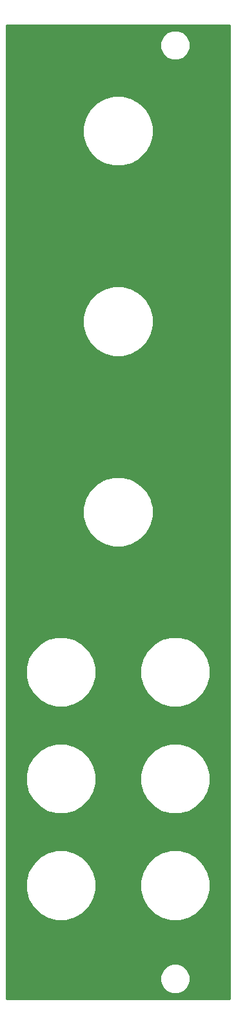
<source format=gtl>
G75*
G70*
%OFA0B0*%
%FSLAX24Y24*%
%IPPOS*%
%LPD*%
%AMOC8*
5,1,8,0,0,1.08239X$1,22.5*
%
%ADD10C,0.0100*%
D10*
X000315Y000300D02*
X000315Y050591D01*
X011826Y050591D01*
X011826Y000300D01*
X000315Y000300D01*
X000315Y000347D02*
X011826Y000347D01*
X011826Y000446D02*
X000315Y000446D01*
X000315Y000544D02*
X011826Y000544D01*
X011826Y000643D02*
X009399Y000643D01*
X009465Y000670D02*
X009685Y000889D01*
X009803Y001176D01*
X009803Y001486D01*
X009685Y001773D01*
X009465Y001992D01*
X009179Y002111D01*
X008868Y002111D01*
X008582Y001992D01*
X008362Y001773D01*
X008244Y001486D01*
X008244Y001176D01*
X008362Y000889D01*
X008582Y000670D01*
X008868Y000551D01*
X009179Y000551D01*
X009465Y000670D01*
X009536Y000741D02*
X011826Y000741D01*
X011826Y000840D02*
X009635Y000840D01*
X009705Y000938D02*
X011826Y000938D01*
X011826Y001037D02*
X009746Y001037D01*
X009786Y001135D02*
X011826Y001135D01*
X011826Y001234D02*
X009803Y001234D01*
X009803Y001332D02*
X011826Y001332D01*
X011826Y001431D02*
X009803Y001431D01*
X009786Y001529D02*
X011826Y001529D01*
X011826Y001628D02*
X009745Y001628D01*
X009704Y001726D02*
X011826Y001726D01*
X011826Y001825D02*
X009633Y001825D01*
X009535Y001923D02*
X011826Y001923D01*
X011826Y002022D02*
X009395Y002022D01*
X009264Y004331D02*
X008783Y004331D01*
X008320Y004455D01*
X007904Y004695D01*
X007565Y005034D01*
X007325Y005450D01*
X007200Y005914D01*
X007200Y006394D01*
X007325Y006858D01*
X007565Y007273D01*
X007904Y007613D01*
X008320Y007853D01*
X008783Y007977D01*
X009264Y007977D01*
X009727Y007853D01*
X010143Y007613D01*
X010482Y007273D01*
X010722Y006858D01*
X010847Y006394D01*
X010847Y005914D01*
X010722Y005450D01*
X010482Y005034D01*
X010143Y004695D01*
X009727Y004455D01*
X009264Y004331D01*
X009468Y004386D02*
X011826Y004386D01*
X011826Y004484D02*
X009778Y004484D01*
X009948Y004583D02*
X011826Y004583D01*
X011826Y004681D02*
X010119Y004681D01*
X010228Y004780D02*
X011826Y004780D01*
X011826Y004878D02*
X010326Y004878D01*
X010425Y004977D02*
X011826Y004977D01*
X011826Y005075D02*
X010506Y005075D01*
X010563Y005174D02*
X011826Y005174D01*
X011826Y005272D02*
X010620Y005272D01*
X010676Y005371D02*
X011826Y005371D01*
X011826Y005469D02*
X010728Y005469D01*
X010754Y005568D02*
X011826Y005568D01*
X011826Y005666D02*
X010780Y005666D01*
X010807Y005765D02*
X011826Y005765D01*
X011826Y005863D02*
X010833Y005863D01*
X010847Y005962D02*
X011826Y005962D01*
X011826Y006060D02*
X010847Y006060D01*
X010847Y006159D02*
X011826Y006159D01*
X011826Y006257D02*
X010847Y006257D01*
X010847Y006356D02*
X011826Y006356D01*
X011826Y006454D02*
X010831Y006454D01*
X010804Y006553D02*
X011826Y006553D01*
X011826Y006651D02*
X010778Y006651D01*
X010751Y006750D02*
X011826Y006750D01*
X011826Y006848D02*
X010725Y006848D01*
X010671Y006947D02*
X011826Y006947D01*
X011826Y007045D02*
X010614Y007045D01*
X010557Y007144D02*
X011826Y007144D01*
X011826Y007242D02*
X010501Y007242D01*
X010415Y007341D02*
X011826Y007341D01*
X011826Y007439D02*
X010317Y007439D01*
X010218Y007538D02*
X011826Y007538D01*
X011826Y007636D02*
X010103Y007636D01*
X009932Y007735D02*
X011826Y007735D01*
X011826Y007833D02*
X009762Y007833D01*
X009434Y007932D02*
X011826Y007932D01*
X011826Y008030D02*
X000315Y008030D01*
X000315Y007932D02*
X002708Y007932D01*
X002878Y007977D02*
X002414Y007853D01*
X001999Y007613D01*
X001659Y007273D01*
X001419Y006858D01*
X001295Y006394D01*
X001295Y005914D01*
X001419Y005450D01*
X001659Y005034D01*
X001999Y004695D01*
X002414Y004455D01*
X002878Y004331D01*
X003358Y004331D01*
X003822Y004455D01*
X004237Y004695D01*
X004577Y005034D01*
X004817Y005450D01*
X004941Y005914D01*
X004941Y006394D01*
X004817Y006858D01*
X004577Y007273D01*
X004237Y007613D01*
X003822Y007853D01*
X003358Y007977D01*
X002878Y007977D01*
X002380Y007833D02*
X000315Y007833D01*
X000315Y007735D02*
X002209Y007735D01*
X002039Y007636D02*
X000315Y007636D01*
X000315Y007538D02*
X001923Y007538D01*
X001825Y007439D02*
X000315Y007439D01*
X000315Y007341D02*
X001726Y007341D01*
X001641Y007242D02*
X000315Y007242D01*
X000315Y007144D02*
X001584Y007144D01*
X001527Y007045D02*
X000315Y007045D01*
X000315Y006947D02*
X001470Y006947D01*
X001416Y006848D02*
X000315Y006848D01*
X000315Y006750D02*
X001390Y006750D01*
X001364Y006651D02*
X000315Y006651D01*
X000315Y006553D02*
X001337Y006553D01*
X001311Y006454D02*
X000315Y006454D01*
X000315Y006356D02*
X001295Y006356D01*
X001295Y006257D02*
X000315Y006257D01*
X000315Y006159D02*
X001295Y006159D01*
X001295Y006060D02*
X000315Y006060D01*
X000315Y005962D02*
X001295Y005962D01*
X001308Y005863D02*
X000315Y005863D01*
X000315Y005765D02*
X001335Y005765D01*
X001361Y005666D02*
X000315Y005666D01*
X000315Y005568D02*
X001388Y005568D01*
X001414Y005469D02*
X000315Y005469D01*
X000315Y005371D02*
X001465Y005371D01*
X001522Y005272D02*
X000315Y005272D01*
X000315Y005174D02*
X001579Y005174D01*
X001636Y005075D02*
X000315Y005075D01*
X000315Y004977D02*
X001717Y004977D01*
X001815Y004878D02*
X000315Y004878D01*
X000315Y004780D02*
X001914Y004780D01*
X002023Y004681D02*
X000315Y004681D01*
X000315Y004583D02*
X002193Y004583D01*
X002364Y004484D02*
X000315Y004484D01*
X000315Y004386D02*
X002673Y004386D01*
X003563Y004386D02*
X008579Y004386D01*
X008269Y004484D02*
X003872Y004484D01*
X004043Y004583D02*
X008099Y004583D01*
X007928Y004681D02*
X004213Y004681D01*
X004322Y004780D02*
X007820Y004780D01*
X007721Y004878D02*
X004421Y004878D01*
X004519Y004977D02*
X007623Y004977D01*
X007541Y005075D02*
X004600Y005075D01*
X004657Y005174D02*
X007484Y005174D01*
X007427Y005272D02*
X004714Y005272D01*
X004771Y005371D02*
X007371Y005371D01*
X007319Y005469D02*
X004822Y005469D01*
X004848Y005568D02*
X007293Y005568D01*
X007267Y005666D02*
X004875Y005666D01*
X004901Y005765D02*
X007240Y005765D01*
X007214Y005863D02*
X004928Y005863D01*
X004941Y005962D02*
X007200Y005962D01*
X007200Y006060D02*
X004941Y006060D01*
X004941Y006159D02*
X007200Y006159D01*
X007200Y006257D02*
X004941Y006257D01*
X004941Y006356D02*
X007200Y006356D01*
X007216Y006454D02*
X004925Y006454D01*
X004899Y006553D02*
X007243Y006553D01*
X007269Y006651D02*
X004872Y006651D01*
X004846Y006750D02*
X007296Y006750D01*
X007322Y006848D02*
X004820Y006848D01*
X004766Y006947D02*
X007376Y006947D01*
X007433Y007045D02*
X004709Y007045D01*
X004652Y007144D02*
X007490Y007144D01*
X007546Y007242D02*
X004595Y007242D01*
X004510Y007341D02*
X007632Y007341D01*
X007730Y007439D02*
X004411Y007439D01*
X004313Y007538D02*
X007829Y007538D01*
X007944Y007636D02*
X004197Y007636D01*
X004027Y007735D02*
X008115Y007735D01*
X008285Y007833D02*
X003856Y007833D01*
X003528Y007932D02*
X008613Y007932D01*
X008783Y009843D02*
X008320Y009967D01*
X007904Y010207D01*
X007565Y010546D01*
X007325Y010962D01*
X007200Y011426D01*
X007200Y011906D01*
X007325Y012369D01*
X007565Y012785D01*
X007904Y013125D01*
X008320Y013365D01*
X008783Y013489D01*
X009264Y013489D01*
X009727Y013365D01*
X010143Y013125D01*
X010482Y012785D01*
X010722Y012369D01*
X010847Y011906D01*
X010847Y011426D01*
X010722Y010962D01*
X010482Y010546D01*
X010143Y010207D01*
X009727Y009967D01*
X009264Y009843D01*
X008783Y009843D01*
X008563Y009902D02*
X003578Y009902D01*
X003358Y009843D02*
X003822Y009967D01*
X004237Y010207D01*
X004577Y010546D01*
X004817Y010962D01*
X004941Y011426D01*
X004941Y011906D01*
X004817Y012369D01*
X004577Y012785D01*
X004237Y013125D01*
X003822Y013365D01*
X003358Y013489D01*
X002878Y013489D01*
X002414Y013365D01*
X001999Y013125D01*
X001659Y012785D01*
X001419Y012369D01*
X001295Y011906D01*
X001295Y011426D01*
X001419Y010962D01*
X001659Y010546D01*
X001999Y010207D01*
X002414Y009967D01*
X002878Y009843D01*
X003358Y009843D01*
X003879Y010000D02*
X008262Y010000D01*
X008092Y010099D02*
X004050Y010099D01*
X004221Y010197D02*
X007921Y010197D01*
X007815Y010296D02*
X004326Y010296D01*
X004425Y010394D02*
X007717Y010394D01*
X007618Y010493D02*
X004523Y010493D01*
X004603Y010591D02*
X007539Y010591D01*
X007482Y010690D02*
X004660Y010690D01*
X004717Y010788D02*
X007425Y010788D01*
X007368Y010887D02*
X004773Y010887D01*
X004823Y010985D02*
X007318Y010985D01*
X007292Y011084D02*
X004850Y011084D01*
X004876Y011182D02*
X007266Y011182D01*
X007239Y011281D02*
X004902Y011281D01*
X004929Y011379D02*
X007213Y011379D01*
X007200Y011478D02*
X004941Y011478D01*
X004941Y011576D02*
X007200Y011576D01*
X007200Y011675D02*
X004941Y011675D01*
X004941Y011773D02*
X007200Y011773D01*
X007200Y011872D02*
X004941Y011872D01*
X004924Y011970D02*
X007218Y011970D01*
X007244Y012069D02*
X004898Y012069D01*
X004871Y012167D02*
X007270Y012167D01*
X007297Y012266D02*
X004845Y012266D01*
X004818Y012364D02*
X007323Y012364D01*
X007378Y012463D02*
X004763Y012463D01*
X004706Y012561D02*
X007435Y012561D01*
X007492Y012660D02*
X004650Y012660D01*
X004593Y012758D02*
X007549Y012758D01*
X007636Y012857D02*
X004506Y012857D01*
X004407Y012955D02*
X007734Y012955D01*
X007833Y013054D02*
X004309Y013054D01*
X004190Y013152D02*
X007951Y013152D01*
X008122Y013251D02*
X004020Y013251D01*
X003849Y013349D02*
X008293Y013349D01*
X008629Y013448D02*
X003513Y013448D01*
X003358Y015354D02*
X003822Y015479D01*
X004237Y015719D01*
X004577Y016058D01*
X004817Y016474D01*
X004941Y016938D01*
X004941Y017418D01*
X004817Y017881D01*
X004577Y018297D01*
X004237Y018637D01*
X003822Y018877D01*
X003358Y019001D01*
X002878Y019001D01*
X002414Y018877D01*
X001999Y018637D01*
X001659Y018297D01*
X001419Y017881D01*
X001295Y017418D01*
X001295Y016938D01*
X001419Y016474D01*
X001659Y016058D01*
X001999Y015719D01*
X002414Y015479D01*
X002878Y015354D01*
X003358Y015354D01*
X003594Y015418D02*
X008548Y015418D01*
X008320Y015479D02*
X008783Y015354D01*
X009264Y015354D01*
X009727Y015479D01*
X010143Y015719D01*
X010482Y016058D01*
X010722Y016474D01*
X010847Y016938D01*
X010847Y017418D01*
X010722Y017881D01*
X010482Y018297D01*
X010143Y018637D01*
X009727Y018877D01*
X009264Y019001D01*
X008783Y019001D01*
X008320Y018877D01*
X007904Y018637D01*
X007565Y018297D01*
X007325Y017881D01*
X007200Y017418D01*
X007200Y016938D01*
X007325Y016474D01*
X007565Y016058D01*
X007904Y015719D01*
X008320Y015479D01*
X008255Y015516D02*
X003887Y015516D01*
X004057Y015615D02*
X008084Y015615D01*
X007914Y015713D02*
X004228Y015713D01*
X004330Y015812D02*
X007811Y015812D01*
X007713Y015910D02*
X004429Y015910D01*
X004527Y016009D02*
X007614Y016009D01*
X007536Y016107D02*
X004605Y016107D01*
X004662Y016206D02*
X007479Y016206D01*
X007423Y016304D02*
X004719Y016304D01*
X004776Y016403D02*
X007366Y016403D01*
X007317Y016501D02*
X004824Y016501D01*
X004851Y016600D02*
X007291Y016600D01*
X007264Y016698D02*
X004877Y016698D01*
X004903Y016797D02*
X007238Y016797D01*
X007212Y016895D02*
X004930Y016895D01*
X004941Y016994D02*
X007200Y016994D01*
X007200Y017092D02*
X004941Y017092D01*
X004941Y017191D02*
X007200Y017191D01*
X007200Y017289D02*
X004941Y017289D01*
X004941Y017388D02*
X007200Y017388D01*
X007219Y017486D02*
X004923Y017486D01*
X004896Y017585D02*
X007245Y017585D01*
X007271Y017683D02*
X004870Y017683D01*
X004844Y017782D02*
X007298Y017782D01*
X007324Y017880D02*
X004817Y017880D01*
X004761Y017979D02*
X007381Y017979D01*
X007438Y018077D02*
X004704Y018077D01*
X004647Y018176D02*
X007494Y018176D01*
X007551Y018274D02*
X004590Y018274D01*
X004501Y018373D02*
X007640Y018373D01*
X007739Y018471D02*
X004403Y018471D01*
X004304Y018570D02*
X007837Y018570D01*
X007959Y018668D02*
X004183Y018668D01*
X004012Y018767D02*
X008129Y018767D01*
X008300Y018865D02*
X003842Y018865D01*
X003497Y018964D02*
X008645Y018964D01*
X009403Y018964D02*
X011826Y018964D01*
X011826Y019062D02*
X000315Y019062D01*
X000315Y018964D02*
X002739Y018964D01*
X002394Y018865D02*
X000315Y018865D01*
X000315Y018767D02*
X002224Y018767D01*
X002053Y018668D02*
X000315Y018668D01*
X000315Y018570D02*
X001932Y018570D01*
X001833Y018471D02*
X000315Y018471D01*
X000315Y018373D02*
X001735Y018373D01*
X001646Y018274D02*
X000315Y018274D01*
X000315Y018176D02*
X001589Y018176D01*
X001532Y018077D02*
X000315Y018077D01*
X000315Y017979D02*
X001475Y017979D01*
X001419Y017880D02*
X000315Y017880D01*
X000315Y017782D02*
X001392Y017782D01*
X001366Y017683D02*
X000315Y017683D01*
X000315Y017585D02*
X001340Y017585D01*
X001313Y017486D02*
X000315Y017486D01*
X000315Y017388D02*
X001295Y017388D01*
X001295Y017289D02*
X000315Y017289D01*
X000315Y017191D02*
X001295Y017191D01*
X001295Y017092D02*
X000315Y017092D01*
X000315Y016994D02*
X001295Y016994D01*
X001306Y016895D02*
X000315Y016895D01*
X000315Y016797D02*
X001333Y016797D01*
X001359Y016698D02*
X000315Y016698D01*
X000315Y016600D02*
X001385Y016600D01*
X001412Y016501D02*
X000315Y016501D01*
X000315Y016403D02*
X001460Y016403D01*
X001517Y016304D02*
X000315Y016304D01*
X000315Y016206D02*
X001574Y016206D01*
X001631Y016107D02*
X000315Y016107D01*
X000315Y016009D02*
X001709Y016009D01*
X001807Y015910D02*
X000315Y015910D01*
X000315Y015812D02*
X001906Y015812D01*
X002008Y015713D02*
X000315Y015713D01*
X000315Y015615D02*
X002179Y015615D01*
X002349Y015516D02*
X000315Y015516D01*
X000315Y015418D02*
X002642Y015418D01*
X002723Y013448D02*
X000315Y013448D01*
X000315Y013546D02*
X011826Y013546D01*
X011826Y013448D02*
X009418Y013448D01*
X009754Y013349D02*
X011826Y013349D01*
X011826Y013251D02*
X009925Y013251D01*
X010096Y013152D02*
X011826Y013152D01*
X011826Y013054D02*
X010214Y013054D01*
X010313Y012955D02*
X011826Y012955D01*
X011826Y012857D02*
X010411Y012857D01*
X010498Y012758D02*
X011826Y012758D01*
X011826Y012660D02*
X010555Y012660D01*
X010612Y012561D02*
X011826Y012561D01*
X011826Y012463D02*
X010669Y012463D01*
X010724Y012364D02*
X011826Y012364D01*
X011826Y012266D02*
X010750Y012266D01*
X010777Y012167D02*
X011826Y012167D01*
X011826Y012069D02*
X010803Y012069D01*
X010830Y011970D02*
X011826Y011970D01*
X011826Y011872D02*
X010847Y011872D01*
X010847Y011773D02*
X011826Y011773D01*
X011826Y011675D02*
X010847Y011675D01*
X010847Y011576D02*
X011826Y011576D01*
X011826Y011478D02*
X010847Y011478D01*
X010834Y011379D02*
X011826Y011379D01*
X011826Y011281D02*
X010808Y011281D01*
X010781Y011182D02*
X011826Y011182D01*
X011826Y011084D02*
X010755Y011084D01*
X010729Y010985D02*
X011826Y010985D01*
X011826Y010887D02*
X010679Y010887D01*
X010622Y010788D02*
X011826Y010788D01*
X011826Y010690D02*
X010565Y010690D01*
X010508Y010591D02*
X011826Y010591D01*
X011826Y010493D02*
X010429Y010493D01*
X010330Y010394D02*
X011826Y010394D01*
X011826Y010296D02*
X010232Y010296D01*
X010126Y010197D02*
X011826Y010197D01*
X011826Y010099D02*
X009955Y010099D01*
X009785Y010000D02*
X011826Y010000D01*
X011826Y009902D02*
X009484Y009902D01*
X009499Y015418D02*
X011826Y015418D01*
X011826Y015516D02*
X009792Y015516D01*
X009963Y015615D02*
X011826Y015615D01*
X011826Y015713D02*
X010133Y015713D01*
X010236Y015812D02*
X011826Y015812D01*
X011826Y015910D02*
X010334Y015910D01*
X010433Y016009D02*
X011826Y016009D01*
X011826Y016107D02*
X010511Y016107D01*
X010568Y016206D02*
X011826Y016206D01*
X011826Y016304D02*
X010624Y016304D01*
X010681Y016403D02*
X011826Y016403D01*
X011826Y016501D02*
X010730Y016501D01*
X010756Y016600D02*
X011826Y016600D01*
X011826Y016698D02*
X010783Y016698D01*
X010809Y016797D02*
X011826Y016797D01*
X011826Y016895D02*
X010835Y016895D01*
X010847Y016994D02*
X011826Y016994D01*
X011826Y017092D02*
X010847Y017092D01*
X010847Y017191D02*
X011826Y017191D01*
X011826Y017289D02*
X010847Y017289D01*
X010847Y017388D02*
X011826Y017388D01*
X011826Y017486D02*
X010828Y017486D01*
X010802Y017585D02*
X011826Y017585D01*
X011826Y017683D02*
X010776Y017683D01*
X010749Y017782D02*
X011826Y017782D01*
X011826Y017880D02*
X010723Y017880D01*
X010666Y017979D02*
X011826Y017979D01*
X011826Y018077D02*
X010609Y018077D01*
X010553Y018176D02*
X011826Y018176D01*
X011826Y018274D02*
X010496Y018274D01*
X010407Y018373D02*
X011826Y018373D01*
X011826Y018471D02*
X010308Y018471D01*
X010210Y018570D02*
X011826Y018570D01*
X011826Y018668D02*
X010088Y018668D01*
X009918Y018767D02*
X011826Y018767D01*
X011826Y018865D02*
X009747Y018865D01*
X007770Y024742D02*
X007894Y025205D01*
X007894Y025685D01*
X007770Y026149D01*
X007530Y026565D01*
X007190Y026904D01*
X006775Y027144D01*
X006311Y027269D01*
X005831Y027269D01*
X005367Y027144D01*
X004951Y026904D01*
X004612Y026565D01*
X004372Y026149D01*
X004248Y025685D01*
X004248Y025205D01*
X004372Y024742D01*
X004612Y024326D01*
X004951Y023986D01*
X005367Y023746D01*
X005831Y023622D01*
X006311Y023622D01*
X006775Y023746D01*
X007190Y023986D01*
X007530Y024326D01*
X007770Y024742D01*
X007779Y024775D02*
X011826Y024775D01*
X011826Y024677D02*
X007732Y024677D01*
X007675Y024578D02*
X011826Y024578D01*
X011826Y024480D02*
X007618Y024480D01*
X007562Y024381D02*
X011826Y024381D01*
X011826Y024283D02*
X007486Y024283D01*
X007388Y024184D02*
X011826Y024184D01*
X011826Y024086D02*
X007289Y024086D01*
X007191Y023987D02*
X011826Y023987D01*
X011826Y023889D02*
X007021Y023889D01*
X006850Y023790D02*
X011826Y023790D01*
X011826Y023692D02*
X006570Y023692D01*
X007349Y026745D02*
X011826Y026745D01*
X011826Y026647D02*
X007448Y026647D01*
X007539Y026548D02*
X011826Y026548D01*
X011826Y026450D02*
X007596Y026450D01*
X007653Y026351D02*
X011826Y026351D01*
X011826Y026253D02*
X007710Y026253D01*
X007767Y026154D02*
X011826Y026154D01*
X011826Y026056D02*
X007795Y026056D01*
X007821Y025957D02*
X011826Y025957D01*
X011826Y025859D02*
X007848Y025859D01*
X007874Y025760D02*
X011826Y025760D01*
X011826Y025662D02*
X007894Y025662D01*
X007894Y025563D02*
X011826Y025563D01*
X011826Y025465D02*
X007894Y025465D01*
X007894Y025366D02*
X011826Y025366D01*
X011826Y025268D02*
X007894Y025268D01*
X007884Y025169D02*
X011826Y025169D01*
X011826Y025071D02*
X007858Y025071D01*
X007832Y024972D02*
X011826Y024972D01*
X011826Y024874D02*
X007805Y024874D01*
X007251Y026844D02*
X011826Y026844D01*
X011826Y026942D02*
X007125Y026942D01*
X006954Y027041D02*
X011826Y027041D01*
X011826Y027139D02*
X006783Y027139D01*
X006426Y027238D02*
X011826Y027238D01*
X011826Y027336D02*
X000315Y027336D01*
X000315Y027238D02*
X005715Y027238D01*
X005358Y027139D02*
X000315Y027139D01*
X000315Y027041D02*
X005187Y027041D01*
X005017Y026942D02*
X000315Y026942D01*
X000315Y026844D02*
X004891Y026844D01*
X004792Y026745D02*
X000315Y026745D01*
X000315Y026647D02*
X004694Y026647D01*
X004602Y026548D02*
X000315Y026548D01*
X000315Y026450D02*
X004545Y026450D01*
X004488Y026351D02*
X000315Y026351D01*
X000315Y026253D02*
X004432Y026253D01*
X004375Y026154D02*
X000315Y026154D01*
X000315Y026056D02*
X004347Y026056D01*
X004320Y025957D02*
X000315Y025957D01*
X000315Y025859D02*
X004294Y025859D01*
X004268Y025760D02*
X000315Y025760D01*
X000315Y025662D02*
X004248Y025662D01*
X004248Y025563D02*
X000315Y025563D01*
X000315Y025465D02*
X004248Y025465D01*
X004248Y025366D02*
X000315Y025366D01*
X000315Y025268D02*
X004248Y025268D01*
X004257Y025169D02*
X000315Y025169D01*
X000315Y025071D02*
X004284Y025071D01*
X004310Y024972D02*
X000315Y024972D01*
X000315Y024874D02*
X004336Y024874D01*
X004363Y024775D02*
X000315Y024775D01*
X000315Y024677D02*
X004409Y024677D01*
X004466Y024578D02*
X000315Y024578D01*
X000315Y024480D02*
X004523Y024480D01*
X004580Y024381D02*
X000315Y024381D01*
X000315Y024283D02*
X004655Y024283D01*
X004754Y024184D02*
X000315Y024184D01*
X000315Y024086D02*
X004852Y024086D01*
X004951Y023987D02*
X000315Y023987D01*
X000315Y023889D02*
X005121Y023889D01*
X005291Y023790D02*
X000315Y023790D01*
X000315Y023692D02*
X005571Y023692D01*
X005831Y033465D02*
X006311Y033465D01*
X006775Y033589D01*
X007190Y033829D01*
X007530Y034168D01*
X007770Y034584D01*
X007894Y035048D01*
X007894Y035528D01*
X007770Y035992D01*
X007530Y036407D01*
X007190Y036747D01*
X006775Y036987D01*
X006311Y037111D01*
X005831Y037111D01*
X005367Y036987D01*
X004951Y036747D01*
X004612Y036407D01*
X004372Y035992D01*
X004248Y035528D01*
X004248Y035048D01*
X004372Y034584D01*
X004612Y034168D01*
X004951Y033829D01*
X005367Y033589D01*
X005831Y033465D01*
X005543Y033542D02*
X000315Y033542D01*
X000315Y033640D02*
X005278Y033640D01*
X005108Y033739D02*
X000315Y033739D01*
X000315Y033837D02*
X004943Y033837D01*
X004845Y033936D02*
X000315Y033936D01*
X000315Y034034D02*
X004746Y034034D01*
X004648Y034133D02*
X000315Y034133D01*
X000315Y034231D02*
X004576Y034231D01*
X004519Y034330D02*
X000315Y034330D01*
X000315Y034428D02*
X004462Y034428D01*
X004405Y034527D02*
X000315Y034527D01*
X000315Y034625D02*
X004361Y034625D01*
X004334Y034724D02*
X000315Y034724D01*
X000315Y034822D02*
X004308Y034822D01*
X004282Y034921D02*
X000315Y034921D01*
X000315Y035019D02*
X004255Y035019D01*
X004248Y035118D02*
X000315Y035118D01*
X000315Y035216D02*
X004248Y035216D01*
X004248Y035315D02*
X000315Y035315D01*
X000315Y035413D02*
X004248Y035413D01*
X004248Y035512D02*
X000315Y035512D01*
X000315Y035610D02*
X004270Y035610D01*
X004296Y035709D02*
X000315Y035709D01*
X000315Y035807D02*
X004322Y035807D01*
X004349Y035906D02*
X000315Y035906D01*
X000315Y036004D02*
X004379Y036004D01*
X004436Y036103D02*
X000315Y036103D01*
X000315Y036201D02*
X004493Y036201D01*
X004550Y036300D02*
X000315Y036300D01*
X000315Y036398D02*
X004607Y036398D01*
X004701Y036497D02*
X000315Y036497D01*
X000315Y036595D02*
X004800Y036595D01*
X004898Y036694D02*
X000315Y036694D01*
X000315Y036792D02*
X005030Y036792D01*
X005200Y036891D02*
X000315Y036891D01*
X000315Y036989D02*
X005376Y036989D01*
X005743Y037088D02*
X000315Y037088D01*
X000315Y037186D02*
X011826Y037186D01*
X011826Y037088D02*
X006398Y037088D01*
X006766Y036989D02*
X011826Y036989D01*
X011826Y036891D02*
X006941Y036891D01*
X007112Y036792D02*
X011826Y036792D01*
X011826Y036694D02*
X007243Y036694D01*
X007342Y036595D02*
X011826Y036595D01*
X011826Y036497D02*
X007440Y036497D01*
X007535Y036398D02*
X011826Y036398D01*
X011826Y036300D02*
X007592Y036300D01*
X007649Y036201D02*
X011826Y036201D01*
X011826Y036103D02*
X007706Y036103D01*
X007762Y036004D02*
X011826Y036004D01*
X011826Y035906D02*
X007793Y035906D01*
X007819Y035807D02*
X011826Y035807D01*
X011826Y035709D02*
X007846Y035709D01*
X007872Y035610D02*
X011826Y035610D01*
X011826Y035512D02*
X007894Y035512D01*
X007894Y035413D02*
X011826Y035413D01*
X011826Y035315D02*
X007894Y035315D01*
X007894Y035216D02*
X011826Y035216D01*
X011826Y035118D02*
X007894Y035118D01*
X007886Y035019D02*
X011826Y035019D01*
X011826Y034921D02*
X007860Y034921D01*
X007834Y034822D02*
X011826Y034822D01*
X011826Y034724D02*
X007807Y034724D01*
X007781Y034625D02*
X011826Y034625D01*
X011826Y034527D02*
X007737Y034527D01*
X007680Y034428D02*
X011826Y034428D01*
X011826Y034330D02*
X007623Y034330D01*
X007566Y034231D02*
X011826Y034231D01*
X011826Y034133D02*
X007494Y034133D01*
X007395Y034034D02*
X011826Y034034D01*
X011826Y033936D02*
X007297Y033936D01*
X007198Y033837D02*
X011826Y033837D01*
X011826Y033739D02*
X007034Y033739D01*
X006863Y033640D02*
X011826Y033640D01*
X011826Y033542D02*
X006598Y033542D01*
X006311Y043307D02*
X005831Y043307D01*
X005367Y043431D01*
X004951Y043671D01*
X004612Y044011D01*
X004372Y044427D01*
X004248Y044890D01*
X004248Y045370D01*
X004372Y045834D01*
X004612Y046250D01*
X004951Y046589D01*
X005367Y046829D01*
X005831Y046954D01*
X006311Y046954D01*
X006775Y046829D01*
X007190Y046589D01*
X007530Y046250D01*
X007770Y045834D01*
X007894Y045370D01*
X007894Y044890D01*
X007770Y044427D01*
X007530Y044011D01*
X007190Y043671D01*
X006775Y043431D01*
X006311Y043307D01*
X006626Y043392D02*
X011826Y043392D01*
X011826Y043490D02*
X006876Y043490D01*
X007047Y043589D02*
X011826Y043589D01*
X011826Y043687D02*
X007206Y043687D01*
X007304Y043786D02*
X011826Y043786D01*
X011826Y043884D02*
X007403Y043884D01*
X007501Y043983D02*
X011826Y043983D01*
X011826Y044081D02*
X007570Y044081D01*
X007627Y044180D02*
X011826Y044180D01*
X011826Y044278D02*
X007684Y044278D01*
X007741Y044377D02*
X011826Y044377D01*
X011826Y044475D02*
X007783Y044475D01*
X007809Y044574D02*
X011826Y044574D01*
X011826Y044672D02*
X007836Y044672D01*
X007862Y044771D02*
X011826Y044771D01*
X011826Y044869D02*
X007888Y044869D01*
X007894Y044968D02*
X011826Y044968D01*
X011826Y045066D02*
X007894Y045066D01*
X007894Y045165D02*
X011826Y045165D01*
X011826Y045263D02*
X007894Y045263D01*
X007894Y045362D02*
X011826Y045362D01*
X011826Y045460D02*
X007870Y045460D01*
X007844Y045559D02*
X011826Y045559D01*
X011826Y045657D02*
X007817Y045657D01*
X007791Y045756D02*
X011826Y045756D01*
X011826Y045854D02*
X007758Y045854D01*
X007701Y045953D02*
X011826Y045953D01*
X011826Y046051D02*
X007644Y046051D01*
X007588Y046150D02*
X011826Y046150D01*
X011826Y046248D02*
X007531Y046248D01*
X007433Y046347D02*
X011826Y046347D01*
X011826Y046445D02*
X007334Y046445D01*
X007236Y046544D02*
X011826Y046544D01*
X011826Y046642D02*
X007099Y046642D01*
X006928Y046741D02*
X011826Y046741D01*
X011826Y046839D02*
X006738Y046839D01*
X006370Y046938D02*
X011826Y046938D01*
X011826Y047036D02*
X000315Y047036D01*
X000315Y046938D02*
X005771Y046938D01*
X005404Y046839D02*
X000315Y046839D01*
X000315Y046741D02*
X005213Y046741D01*
X005043Y046642D02*
X000315Y046642D01*
X000315Y046544D02*
X004906Y046544D01*
X004807Y046445D02*
X000315Y046445D01*
X000315Y046347D02*
X004709Y046347D01*
X004611Y046248D02*
X000315Y046248D01*
X000315Y046150D02*
X004554Y046150D01*
X004497Y046051D02*
X000315Y046051D01*
X000315Y045953D02*
X004440Y045953D01*
X004383Y045854D02*
X000315Y045854D01*
X000315Y045756D02*
X004351Y045756D01*
X004324Y045657D02*
X000315Y045657D01*
X000315Y045559D02*
X004298Y045559D01*
X004272Y045460D02*
X000315Y045460D01*
X000315Y045362D02*
X004248Y045362D01*
X004248Y045263D02*
X000315Y045263D01*
X000315Y045165D02*
X004248Y045165D01*
X004248Y045066D02*
X000315Y045066D01*
X000315Y044968D02*
X004248Y044968D01*
X004253Y044869D02*
X000315Y044869D01*
X000315Y044771D02*
X004280Y044771D01*
X004306Y044672D02*
X000315Y044672D01*
X000315Y044574D02*
X004332Y044574D01*
X004359Y044475D02*
X000315Y044475D01*
X000315Y044377D02*
X004401Y044377D01*
X004458Y044278D02*
X000315Y044278D01*
X000315Y044180D02*
X004514Y044180D01*
X004571Y044081D02*
X000315Y044081D01*
X000315Y043983D02*
X004640Y043983D01*
X004739Y043884D02*
X000315Y043884D01*
X000315Y043786D02*
X004837Y043786D01*
X004936Y043687D02*
X000315Y043687D01*
X000315Y043589D02*
X005095Y043589D01*
X005265Y043490D02*
X000315Y043490D01*
X000315Y043392D02*
X005515Y043392D01*
X008362Y049118D02*
X008244Y049404D01*
X008244Y049715D01*
X008362Y050001D01*
X008582Y050221D01*
X008868Y050339D01*
X009179Y050339D01*
X009465Y050221D01*
X009685Y050001D01*
X009803Y049715D01*
X009803Y049404D01*
X009685Y049118D01*
X009465Y048898D01*
X009179Y048780D01*
X008868Y048780D01*
X008582Y048898D01*
X008362Y049118D01*
X008375Y049105D02*
X000315Y049105D01*
X000315Y049203D02*
X008327Y049203D01*
X008286Y049302D02*
X000315Y049302D01*
X000315Y049400D02*
X008245Y049400D01*
X008244Y049499D02*
X000315Y049499D01*
X000315Y049597D02*
X008244Y049597D01*
X008244Y049696D02*
X000315Y049696D01*
X000315Y049794D02*
X008277Y049794D01*
X008317Y049893D02*
X000315Y049893D01*
X000315Y049991D02*
X008358Y049991D01*
X008451Y050090D02*
X000315Y050090D01*
X000315Y050188D02*
X008549Y050188D01*
X008741Y050287D02*
X000315Y050287D01*
X000315Y050385D02*
X011826Y050385D01*
X011826Y050287D02*
X009306Y050287D01*
X009498Y050188D02*
X011826Y050188D01*
X011826Y050090D02*
X009596Y050090D01*
X009689Y049991D02*
X011826Y049991D01*
X011826Y049893D02*
X009730Y049893D01*
X009770Y049794D02*
X011826Y049794D01*
X011826Y049696D02*
X009803Y049696D01*
X009803Y049597D02*
X011826Y049597D01*
X011826Y049499D02*
X009803Y049499D01*
X009802Y049400D02*
X011826Y049400D01*
X011826Y049302D02*
X009761Y049302D01*
X009720Y049203D02*
X011826Y049203D01*
X011826Y049105D02*
X009672Y049105D01*
X009573Y049006D02*
X011826Y049006D01*
X011826Y048908D02*
X009475Y048908D01*
X009250Y048809D02*
X011826Y048809D01*
X011826Y048711D02*
X000315Y048711D01*
X000315Y048809D02*
X008797Y048809D01*
X008572Y048908D02*
X000315Y048908D01*
X000315Y049006D02*
X008474Y049006D01*
X011826Y048612D02*
X000315Y048612D01*
X000315Y048514D02*
X011826Y048514D01*
X011826Y048415D02*
X000315Y048415D01*
X000315Y048317D02*
X011826Y048317D01*
X011826Y048218D02*
X000315Y048218D01*
X000315Y048120D02*
X011826Y048120D01*
X011826Y048021D02*
X000315Y048021D01*
X000315Y047923D02*
X011826Y047923D01*
X011826Y047824D02*
X000315Y047824D01*
X000315Y047726D02*
X011826Y047726D01*
X011826Y047627D02*
X000315Y047627D01*
X000315Y047529D02*
X011826Y047529D01*
X011826Y047430D02*
X000315Y047430D01*
X000315Y047332D02*
X011826Y047332D01*
X011826Y047233D02*
X000315Y047233D01*
X000315Y047135D02*
X011826Y047135D01*
X011826Y050484D02*
X000315Y050484D01*
X000315Y050582D02*
X011826Y050582D01*
X011826Y043293D02*
X000315Y043293D01*
X000315Y043195D02*
X011826Y043195D01*
X011826Y043096D02*
X000315Y043096D01*
X000315Y042998D02*
X011826Y042998D01*
X011826Y042899D02*
X000315Y042899D01*
X000315Y042801D02*
X011826Y042801D01*
X011826Y042702D02*
X000315Y042702D01*
X000315Y042604D02*
X011826Y042604D01*
X011826Y042505D02*
X000315Y042505D01*
X000315Y042407D02*
X011826Y042407D01*
X011826Y042308D02*
X000315Y042308D01*
X000315Y042210D02*
X011826Y042210D01*
X011826Y042111D02*
X000315Y042111D01*
X000315Y042013D02*
X011826Y042013D01*
X011826Y041914D02*
X000315Y041914D01*
X000315Y041816D02*
X011826Y041816D01*
X011826Y041717D02*
X000315Y041717D01*
X000315Y041619D02*
X011826Y041619D01*
X011826Y041520D02*
X000315Y041520D01*
X000315Y041422D02*
X011826Y041422D01*
X011826Y041323D02*
X000315Y041323D01*
X000315Y041225D02*
X011826Y041225D01*
X011826Y041126D02*
X000315Y041126D01*
X000315Y041028D02*
X011826Y041028D01*
X011826Y040929D02*
X000315Y040929D01*
X000315Y040831D02*
X011826Y040831D01*
X011826Y040732D02*
X000315Y040732D01*
X000315Y040634D02*
X011826Y040634D01*
X011826Y040535D02*
X000315Y040535D01*
X000315Y040437D02*
X011826Y040437D01*
X011826Y040338D02*
X000315Y040338D01*
X000315Y040240D02*
X011826Y040240D01*
X011826Y040141D02*
X000315Y040141D01*
X000315Y040043D02*
X011826Y040043D01*
X011826Y039944D02*
X000315Y039944D01*
X000315Y039846D02*
X011826Y039846D01*
X011826Y039747D02*
X000315Y039747D01*
X000315Y039649D02*
X011826Y039649D01*
X011826Y039550D02*
X000315Y039550D01*
X000315Y039452D02*
X011826Y039452D01*
X011826Y039353D02*
X000315Y039353D01*
X000315Y039255D02*
X011826Y039255D01*
X011826Y039156D02*
X000315Y039156D01*
X000315Y039058D02*
X011826Y039058D01*
X011826Y038959D02*
X000315Y038959D01*
X000315Y038861D02*
X011826Y038861D01*
X011826Y038762D02*
X000315Y038762D01*
X000315Y038664D02*
X011826Y038664D01*
X011826Y038565D02*
X000315Y038565D01*
X000315Y038467D02*
X011826Y038467D01*
X011826Y038368D02*
X000315Y038368D01*
X000315Y038270D02*
X011826Y038270D01*
X011826Y038171D02*
X000315Y038171D01*
X000315Y038073D02*
X011826Y038073D01*
X011826Y037974D02*
X000315Y037974D01*
X000315Y037876D02*
X011826Y037876D01*
X011826Y037777D02*
X000315Y037777D01*
X000315Y037679D02*
X011826Y037679D01*
X011826Y037580D02*
X000315Y037580D01*
X000315Y037482D02*
X011826Y037482D01*
X011826Y037383D02*
X000315Y037383D01*
X000315Y037285D02*
X011826Y037285D01*
X011826Y033443D02*
X000315Y033443D01*
X000315Y033345D02*
X011826Y033345D01*
X011826Y033246D02*
X000315Y033246D01*
X000315Y033148D02*
X011826Y033148D01*
X011826Y033049D02*
X000315Y033049D01*
X000315Y032951D02*
X011826Y032951D01*
X011826Y032852D02*
X000315Y032852D01*
X000315Y032754D02*
X011826Y032754D01*
X011826Y032655D02*
X000315Y032655D01*
X000315Y032557D02*
X011826Y032557D01*
X011826Y032458D02*
X000315Y032458D01*
X000315Y032360D02*
X011826Y032360D01*
X011826Y032261D02*
X000315Y032261D01*
X000315Y032163D02*
X011826Y032163D01*
X011826Y032064D02*
X000315Y032064D01*
X000315Y031966D02*
X011826Y031966D01*
X011826Y031867D02*
X000315Y031867D01*
X000315Y031769D02*
X011826Y031769D01*
X011826Y031670D02*
X000315Y031670D01*
X000315Y031572D02*
X011826Y031572D01*
X011826Y031473D02*
X000315Y031473D01*
X000315Y031375D02*
X011826Y031375D01*
X011826Y031276D02*
X000315Y031276D01*
X000315Y031178D02*
X011826Y031178D01*
X011826Y031079D02*
X000315Y031079D01*
X000315Y030981D02*
X011826Y030981D01*
X011826Y030882D02*
X000315Y030882D01*
X000315Y030784D02*
X011826Y030784D01*
X011826Y030685D02*
X000315Y030685D01*
X000315Y030587D02*
X011826Y030587D01*
X011826Y030488D02*
X000315Y030488D01*
X000315Y030390D02*
X011826Y030390D01*
X011826Y030291D02*
X000315Y030291D01*
X000315Y030193D02*
X011826Y030193D01*
X011826Y030094D02*
X000315Y030094D01*
X000315Y029996D02*
X011826Y029996D01*
X011826Y029897D02*
X000315Y029897D01*
X000315Y029799D02*
X011826Y029799D01*
X011826Y029700D02*
X000315Y029700D01*
X000315Y029602D02*
X011826Y029602D01*
X011826Y029503D02*
X000315Y029503D01*
X000315Y029405D02*
X011826Y029405D01*
X011826Y029306D02*
X000315Y029306D01*
X000315Y029208D02*
X011826Y029208D01*
X011826Y029109D02*
X000315Y029109D01*
X000315Y029011D02*
X011826Y029011D01*
X011826Y028912D02*
X000315Y028912D01*
X000315Y028814D02*
X011826Y028814D01*
X011826Y028715D02*
X000315Y028715D01*
X000315Y028617D02*
X011826Y028617D01*
X011826Y028518D02*
X000315Y028518D01*
X000315Y028420D02*
X011826Y028420D01*
X011826Y028321D02*
X000315Y028321D01*
X000315Y028223D02*
X011826Y028223D01*
X011826Y028124D02*
X000315Y028124D01*
X000315Y028026D02*
X011826Y028026D01*
X011826Y027927D02*
X000315Y027927D01*
X000315Y027829D02*
X011826Y027829D01*
X011826Y027730D02*
X000315Y027730D01*
X000315Y027632D02*
X011826Y027632D01*
X011826Y027533D02*
X000315Y027533D01*
X000315Y027435D02*
X011826Y027435D01*
X011826Y023593D02*
X000315Y023593D01*
X000315Y023495D02*
X011826Y023495D01*
X011826Y023396D02*
X000315Y023396D01*
X000315Y023298D02*
X011826Y023298D01*
X011826Y023199D02*
X000315Y023199D01*
X000315Y023101D02*
X011826Y023101D01*
X011826Y023002D02*
X000315Y023002D01*
X000315Y022904D02*
X011826Y022904D01*
X011826Y022805D02*
X000315Y022805D01*
X000315Y022707D02*
X011826Y022707D01*
X011826Y022608D02*
X000315Y022608D01*
X000315Y022510D02*
X011826Y022510D01*
X011826Y022411D02*
X000315Y022411D01*
X000315Y022313D02*
X011826Y022313D01*
X011826Y022214D02*
X000315Y022214D01*
X000315Y022116D02*
X011826Y022116D01*
X011826Y022017D02*
X000315Y022017D01*
X000315Y021919D02*
X011826Y021919D01*
X011826Y021820D02*
X000315Y021820D01*
X000315Y021722D02*
X011826Y021722D01*
X011826Y021623D02*
X000315Y021623D01*
X000315Y021525D02*
X011826Y021525D01*
X011826Y021426D02*
X000315Y021426D01*
X000315Y021328D02*
X011826Y021328D01*
X011826Y021229D02*
X000315Y021229D01*
X000315Y021131D02*
X011826Y021131D01*
X011826Y021032D02*
X000315Y021032D01*
X000315Y020934D02*
X011826Y020934D01*
X011826Y020835D02*
X000315Y020835D01*
X000315Y020737D02*
X011826Y020737D01*
X011826Y020638D02*
X000315Y020638D01*
X000315Y020540D02*
X011826Y020540D01*
X011826Y020441D02*
X000315Y020441D01*
X000315Y020343D02*
X011826Y020343D01*
X011826Y020244D02*
X000315Y020244D01*
X000315Y020146D02*
X011826Y020146D01*
X011826Y020047D02*
X000315Y020047D01*
X000315Y019949D02*
X011826Y019949D01*
X011826Y019850D02*
X000315Y019850D01*
X000315Y019752D02*
X011826Y019752D01*
X011826Y019653D02*
X000315Y019653D01*
X000315Y019555D02*
X011826Y019555D01*
X011826Y019456D02*
X000315Y019456D01*
X000315Y019358D02*
X011826Y019358D01*
X011826Y019259D02*
X000315Y019259D01*
X000315Y019161D02*
X011826Y019161D01*
X011826Y015319D02*
X000315Y015319D01*
X000315Y015221D02*
X011826Y015221D01*
X011826Y015122D02*
X000315Y015122D01*
X000315Y015024D02*
X011826Y015024D01*
X011826Y014925D02*
X000315Y014925D01*
X000315Y014827D02*
X011826Y014827D01*
X011826Y014728D02*
X000315Y014728D01*
X000315Y014630D02*
X011826Y014630D01*
X011826Y014531D02*
X000315Y014531D01*
X000315Y014433D02*
X011826Y014433D01*
X011826Y014334D02*
X000315Y014334D01*
X000315Y014236D02*
X011826Y014236D01*
X011826Y014137D02*
X000315Y014137D01*
X000315Y014039D02*
X011826Y014039D01*
X011826Y013940D02*
X000315Y013940D01*
X000315Y013842D02*
X011826Y013842D01*
X011826Y013743D02*
X000315Y013743D01*
X000315Y013645D02*
X011826Y013645D01*
X011826Y009803D02*
X000315Y009803D01*
X000315Y009705D02*
X011826Y009705D01*
X011826Y009606D02*
X000315Y009606D01*
X000315Y009508D02*
X011826Y009508D01*
X011826Y009409D02*
X000315Y009409D01*
X000315Y009311D02*
X011826Y009311D01*
X011826Y009212D02*
X000315Y009212D01*
X000315Y009114D02*
X011826Y009114D01*
X011826Y009015D02*
X000315Y009015D01*
X000315Y008917D02*
X011826Y008917D01*
X011826Y008818D02*
X000315Y008818D01*
X000315Y008720D02*
X011826Y008720D01*
X011826Y008621D02*
X000315Y008621D01*
X000315Y008523D02*
X011826Y008523D01*
X011826Y008424D02*
X000315Y008424D01*
X000315Y008326D02*
X011826Y008326D01*
X011826Y008227D02*
X000315Y008227D01*
X000315Y008129D02*
X011826Y008129D01*
X011826Y004287D02*
X000315Y004287D01*
X000315Y004189D02*
X011826Y004189D01*
X011826Y004090D02*
X000315Y004090D01*
X000315Y003992D02*
X011826Y003992D01*
X011826Y003893D02*
X000315Y003893D01*
X000315Y003795D02*
X011826Y003795D01*
X011826Y003696D02*
X000315Y003696D01*
X000315Y003598D02*
X011826Y003598D01*
X011826Y003499D02*
X000315Y003499D01*
X000315Y003401D02*
X011826Y003401D01*
X011826Y003302D02*
X000315Y003302D01*
X000315Y003204D02*
X011826Y003204D01*
X011826Y003105D02*
X000315Y003105D01*
X000315Y003007D02*
X011826Y003007D01*
X011826Y002908D02*
X000315Y002908D01*
X000315Y002810D02*
X011826Y002810D01*
X011826Y002711D02*
X000315Y002711D01*
X000315Y002613D02*
X011826Y002613D01*
X011826Y002514D02*
X000315Y002514D01*
X000315Y002416D02*
X011826Y002416D01*
X011826Y002317D02*
X000315Y002317D01*
X000315Y002219D02*
X011826Y002219D01*
X011826Y002120D02*
X000315Y002120D01*
X000315Y002022D02*
X008652Y002022D01*
X008512Y001923D02*
X000315Y001923D01*
X000315Y001825D02*
X008414Y001825D01*
X008343Y001726D02*
X000315Y001726D01*
X000315Y001628D02*
X008302Y001628D01*
X008261Y001529D02*
X000315Y001529D01*
X000315Y001431D02*
X008244Y001431D01*
X008244Y001332D02*
X000315Y001332D01*
X000315Y001234D02*
X008244Y001234D01*
X008261Y001135D02*
X000315Y001135D01*
X000315Y001037D02*
X008301Y001037D01*
X008342Y000938D02*
X000315Y000938D01*
X000315Y000840D02*
X008412Y000840D01*
X008511Y000741D02*
X000315Y000741D01*
X000315Y000643D02*
X008648Y000643D01*
X002658Y009902D02*
X000315Y009902D01*
X000315Y010000D02*
X002357Y010000D01*
X002186Y010099D02*
X000315Y010099D01*
X000315Y010197D02*
X002015Y010197D01*
X001910Y010296D02*
X000315Y010296D01*
X000315Y010394D02*
X001811Y010394D01*
X001713Y010493D02*
X000315Y010493D01*
X000315Y010591D02*
X001633Y010591D01*
X001576Y010690D02*
X000315Y010690D01*
X000315Y010788D02*
X001519Y010788D01*
X001463Y010887D02*
X000315Y010887D01*
X000315Y010985D02*
X001413Y010985D01*
X001386Y011084D02*
X000315Y011084D01*
X000315Y011182D02*
X001360Y011182D01*
X001334Y011281D02*
X000315Y011281D01*
X000315Y011379D02*
X001307Y011379D01*
X001295Y011478D02*
X000315Y011478D01*
X000315Y011576D02*
X001295Y011576D01*
X001295Y011675D02*
X000315Y011675D01*
X000315Y011773D02*
X001295Y011773D01*
X001295Y011872D02*
X000315Y011872D01*
X000315Y011970D02*
X001312Y011970D01*
X001338Y012069D02*
X000315Y012069D01*
X000315Y012167D02*
X001365Y012167D01*
X001391Y012266D02*
X000315Y012266D01*
X000315Y012364D02*
X001418Y012364D01*
X001473Y012463D02*
X000315Y012463D01*
X000315Y012561D02*
X001530Y012561D01*
X001586Y012660D02*
X000315Y012660D01*
X000315Y012758D02*
X001643Y012758D01*
X001730Y012857D02*
X000315Y012857D01*
X000315Y012955D02*
X001829Y012955D01*
X001927Y013054D02*
X000315Y013054D01*
X000315Y013152D02*
X002046Y013152D01*
X002216Y013251D02*
X000315Y013251D01*
X000315Y013349D02*
X002387Y013349D01*
M02*

</source>
